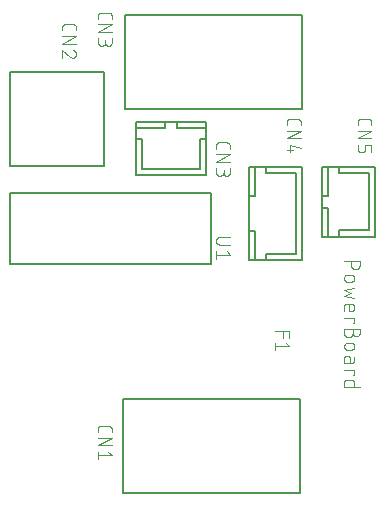
<source format=gto>
G04 EAGLE Gerber RS-274X export*
G75*
%MOMM*%
%FSLAX34Y34*%
%LPD*%
%INTop Silkscreen*%
%IPPOS*%
%AMOC8*
5,1,8,0,0,1.08239X$1,22.5*%
G01*
%ADD10C,0.101600*%
%ADD11C,0.127000*%
%ADD12C,0.152400*%


D10*
X87874Y64169D02*
X87874Y66766D01*
X87876Y66865D01*
X87882Y66965D01*
X87891Y67064D01*
X87904Y67162D01*
X87921Y67260D01*
X87942Y67358D01*
X87967Y67454D01*
X87995Y67549D01*
X88027Y67643D01*
X88062Y67736D01*
X88101Y67828D01*
X88144Y67918D01*
X88189Y68006D01*
X88239Y68093D01*
X88291Y68177D01*
X88347Y68260D01*
X88405Y68340D01*
X88467Y68418D01*
X88532Y68493D01*
X88600Y68566D01*
X88670Y68636D01*
X88743Y68704D01*
X88818Y68769D01*
X88896Y68831D01*
X88976Y68889D01*
X89059Y68945D01*
X89143Y68997D01*
X89230Y69047D01*
X89318Y69092D01*
X89408Y69135D01*
X89500Y69174D01*
X89593Y69209D01*
X89687Y69241D01*
X89782Y69269D01*
X89878Y69294D01*
X89976Y69315D01*
X90074Y69332D01*
X90172Y69345D01*
X90271Y69354D01*
X90371Y69360D01*
X90470Y69362D01*
X96962Y69362D01*
X97061Y69360D01*
X97161Y69354D01*
X97260Y69345D01*
X97358Y69332D01*
X97456Y69315D01*
X97554Y69294D01*
X97650Y69269D01*
X97745Y69241D01*
X97839Y69209D01*
X97932Y69174D01*
X98024Y69135D01*
X98114Y69092D01*
X98202Y69047D01*
X98289Y68997D01*
X98373Y68945D01*
X98456Y68889D01*
X98536Y68831D01*
X98614Y68769D01*
X98689Y68704D01*
X98762Y68636D01*
X98832Y68566D01*
X98900Y68493D01*
X98965Y68418D01*
X99027Y68340D01*
X99085Y68260D01*
X99141Y68177D01*
X99193Y68093D01*
X99243Y68006D01*
X99288Y67918D01*
X99331Y67828D01*
X99370Y67736D01*
X99405Y67644D01*
X99437Y67549D01*
X99465Y67454D01*
X99490Y67358D01*
X99511Y67260D01*
X99528Y67162D01*
X99541Y67064D01*
X99550Y66965D01*
X99556Y66865D01*
X99558Y66766D01*
X99558Y64169D01*
X99558Y59423D02*
X87874Y59423D01*
X87874Y52932D02*
X99558Y59423D01*
X99558Y52932D02*
X87874Y52932D01*
X96962Y47612D02*
X99558Y44366D01*
X87874Y44366D01*
X87874Y41121D02*
X87874Y47612D01*
X57874Y404169D02*
X57874Y406766D01*
X57876Y406865D01*
X57882Y406965D01*
X57891Y407064D01*
X57904Y407162D01*
X57921Y407260D01*
X57942Y407358D01*
X57967Y407454D01*
X57995Y407549D01*
X58027Y407643D01*
X58062Y407736D01*
X58101Y407828D01*
X58144Y407918D01*
X58189Y408006D01*
X58239Y408093D01*
X58291Y408177D01*
X58347Y408260D01*
X58405Y408340D01*
X58467Y408418D01*
X58532Y408493D01*
X58600Y408566D01*
X58670Y408636D01*
X58743Y408704D01*
X58818Y408769D01*
X58896Y408831D01*
X58976Y408889D01*
X59059Y408945D01*
X59143Y408997D01*
X59230Y409047D01*
X59318Y409092D01*
X59408Y409135D01*
X59500Y409174D01*
X59593Y409209D01*
X59687Y409241D01*
X59782Y409269D01*
X59878Y409294D01*
X59976Y409315D01*
X60074Y409332D01*
X60172Y409345D01*
X60271Y409354D01*
X60371Y409360D01*
X60470Y409362D01*
X66962Y409362D01*
X67061Y409360D01*
X67161Y409354D01*
X67260Y409345D01*
X67358Y409332D01*
X67456Y409315D01*
X67554Y409294D01*
X67650Y409269D01*
X67745Y409241D01*
X67839Y409209D01*
X67932Y409174D01*
X68024Y409135D01*
X68114Y409092D01*
X68202Y409047D01*
X68289Y408997D01*
X68373Y408945D01*
X68456Y408889D01*
X68536Y408831D01*
X68614Y408769D01*
X68689Y408704D01*
X68762Y408636D01*
X68832Y408566D01*
X68900Y408493D01*
X68965Y408418D01*
X69027Y408340D01*
X69085Y408260D01*
X69141Y408177D01*
X69193Y408093D01*
X69243Y408006D01*
X69288Y407918D01*
X69331Y407828D01*
X69370Y407736D01*
X69405Y407644D01*
X69437Y407549D01*
X69465Y407454D01*
X69490Y407358D01*
X69511Y407260D01*
X69528Y407162D01*
X69541Y407064D01*
X69550Y406965D01*
X69556Y406865D01*
X69558Y406766D01*
X69558Y404169D01*
X69558Y399423D02*
X57874Y399423D01*
X57874Y392932D02*
X69558Y399423D01*
X69558Y392932D02*
X57874Y392932D01*
X69558Y384042D02*
X69556Y383935D01*
X69550Y383829D01*
X69540Y383723D01*
X69527Y383617D01*
X69509Y383511D01*
X69488Y383407D01*
X69463Y383303D01*
X69434Y383200D01*
X69402Y383099D01*
X69365Y382999D01*
X69325Y382900D01*
X69282Y382802D01*
X69235Y382706D01*
X69184Y382612D01*
X69130Y382520D01*
X69073Y382430D01*
X69013Y382342D01*
X68949Y382257D01*
X68882Y382174D01*
X68812Y382093D01*
X68740Y382015D01*
X68664Y381939D01*
X68586Y381867D01*
X68505Y381797D01*
X68422Y381730D01*
X68337Y381666D01*
X68249Y381606D01*
X68159Y381549D01*
X68067Y381495D01*
X67973Y381444D01*
X67877Y381397D01*
X67779Y381354D01*
X67680Y381314D01*
X67580Y381277D01*
X67479Y381245D01*
X67376Y381216D01*
X67272Y381191D01*
X67168Y381170D01*
X67062Y381152D01*
X66956Y381139D01*
X66850Y381129D01*
X66744Y381123D01*
X66637Y381121D01*
X69558Y384042D02*
X69556Y384163D01*
X69550Y384284D01*
X69540Y384404D01*
X69527Y384525D01*
X69509Y384644D01*
X69488Y384764D01*
X69463Y384882D01*
X69434Y384999D01*
X69401Y385116D01*
X69365Y385231D01*
X69324Y385345D01*
X69281Y385458D01*
X69233Y385570D01*
X69182Y385679D01*
X69127Y385787D01*
X69069Y385894D01*
X69008Y385998D01*
X68943Y386100D01*
X68875Y386200D01*
X68804Y386298D01*
X68730Y386394D01*
X68653Y386487D01*
X68572Y386577D01*
X68489Y386665D01*
X68403Y386750D01*
X68314Y386833D01*
X68223Y386912D01*
X68129Y386989D01*
X68033Y387062D01*
X67935Y387132D01*
X67834Y387199D01*
X67731Y387263D01*
X67626Y387324D01*
X67519Y387381D01*
X67411Y387434D01*
X67301Y387484D01*
X67189Y387530D01*
X67076Y387573D01*
X66961Y387612D01*
X64365Y382095D02*
X64443Y382016D01*
X64523Y381940D01*
X64606Y381867D01*
X64692Y381797D01*
X64779Y381730D01*
X64870Y381666D01*
X64962Y381606D01*
X65056Y381548D01*
X65153Y381494D01*
X65251Y381444D01*
X65351Y381397D01*
X65452Y381353D01*
X65555Y381313D01*
X65660Y381277D01*
X65765Y381245D01*
X65872Y381216D01*
X65979Y381191D01*
X66088Y381169D01*
X66197Y381152D01*
X66306Y381138D01*
X66416Y381129D01*
X66527Y381123D01*
X66637Y381121D01*
X64365Y382094D02*
X57874Y387612D01*
X57874Y381121D01*
X87874Y414169D02*
X87874Y416766D01*
X87876Y416865D01*
X87882Y416965D01*
X87891Y417064D01*
X87904Y417162D01*
X87921Y417260D01*
X87942Y417358D01*
X87967Y417454D01*
X87995Y417549D01*
X88027Y417643D01*
X88062Y417736D01*
X88101Y417828D01*
X88144Y417918D01*
X88189Y418006D01*
X88239Y418093D01*
X88291Y418177D01*
X88347Y418260D01*
X88405Y418340D01*
X88467Y418418D01*
X88532Y418493D01*
X88600Y418566D01*
X88670Y418636D01*
X88743Y418704D01*
X88818Y418769D01*
X88896Y418831D01*
X88976Y418889D01*
X89059Y418945D01*
X89143Y418997D01*
X89230Y419047D01*
X89318Y419092D01*
X89408Y419135D01*
X89500Y419174D01*
X89593Y419209D01*
X89687Y419241D01*
X89782Y419269D01*
X89878Y419294D01*
X89976Y419315D01*
X90074Y419332D01*
X90172Y419345D01*
X90271Y419354D01*
X90371Y419360D01*
X90470Y419362D01*
X96962Y419362D01*
X97061Y419360D01*
X97161Y419354D01*
X97260Y419345D01*
X97358Y419332D01*
X97456Y419315D01*
X97554Y419294D01*
X97650Y419269D01*
X97745Y419241D01*
X97839Y419209D01*
X97932Y419174D01*
X98024Y419135D01*
X98114Y419092D01*
X98202Y419047D01*
X98289Y418997D01*
X98373Y418945D01*
X98456Y418889D01*
X98536Y418831D01*
X98614Y418769D01*
X98689Y418704D01*
X98762Y418636D01*
X98832Y418566D01*
X98900Y418493D01*
X98965Y418418D01*
X99027Y418340D01*
X99085Y418260D01*
X99141Y418177D01*
X99193Y418093D01*
X99243Y418006D01*
X99288Y417918D01*
X99331Y417828D01*
X99370Y417736D01*
X99405Y417644D01*
X99437Y417549D01*
X99465Y417454D01*
X99490Y417358D01*
X99511Y417260D01*
X99528Y417162D01*
X99541Y417064D01*
X99550Y416965D01*
X99556Y416865D01*
X99558Y416766D01*
X99558Y414169D01*
X99558Y409423D02*
X87874Y409423D01*
X87874Y402932D02*
X99558Y409423D01*
X99558Y402932D02*
X87874Y402932D01*
X87874Y397612D02*
X87874Y394366D01*
X87876Y394253D01*
X87882Y394140D01*
X87892Y394027D01*
X87906Y393914D01*
X87923Y393802D01*
X87945Y393691D01*
X87970Y393581D01*
X88000Y393471D01*
X88033Y393363D01*
X88070Y393256D01*
X88110Y393150D01*
X88155Y393046D01*
X88203Y392943D01*
X88254Y392842D01*
X88309Y392743D01*
X88367Y392646D01*
X88429Y392551D01*
X88494Y392458D01*
X88562Y392368D01*
X88633Y392280D01*
X88708Y392194D01*
X88785Y392111D01*
X88865Y392031D01*
X88948Y391954D01*
X89034Y391879D01*
X89122Y391808D01*
X89212Y391740D01*
X89305Y391675D01*
X89400Y391613D01*
X89497Y391555D01*
X89596Y391500D01*
X89697Y391449D01*
X89800Y391401D01*
X89904Y391356D01*
X90010Y391316D01*
X90117Y391279D01*
X90225Y391246D01*
X90335Y391216D01*
X90445Y391191D01*
X90556Y391169D01*
X90668Y391152D01*
X90781Y391138D01*
X90894Y391128D01*
X91007Y391122D01*
X91120Y391120D01*
X91233Y391122D01*
X91346Y391128D01*
X91459Y391138D01*
X91572Y391152D01*
X91684Y391169D01*
X91795Y391191D01*
X91905Y391216D01*
X92015Y391246D01*
X92123Y391279D01*
X92230Y391316D01*
X92336Y391356D01*
X92440Y391401D01*
X92543Y391449D01*
X92644Y391500D01*
X92743Y391555D01*
X92840Y391613D01*
X92935Y391675D01*
X93028Y391740D01*
X93118Y391808D01*
X93206Y391879D01*
X93292Y391954D01*
X93375Y392031D01*
X93455Y392111D01*
X93532Y392194D01*
X93607Y392280D01*
X93678Y392368D01*
X93746Y392458D01*
X93811Y392551D01*
X93873Y392646D01*
X93931Y392743D01*
X93986Y392842D01*
X94037Y392943D01*
X94085Y393046D01*
X94130Y393150D01*
X94170Y393256D01*
X94207Y393363D01*
X94240Y393471D01*
X94270Y393581D01*
X94295Y393691D01*
X94317Y393802D01*
X94334Y393914D01*
X94348Y394027D01*
X94358Y394140D01*
X94364Y394253D01*
X94366Y394366D01*
X99558Y393717D02*
X99558Y397612D01*
X99558Y393717D02*
X99556Y393616D01*
X99550Y393516D01*
X99540Y393416D01*
X99527Y393316D01*
X99509Y393217D01*
X99488Y393118D01*
X99463Y393021D01*
X99434Y392924D01*
X99401Y392829D01*
X99365Y392735D01*
X99325Y392643D01*
X99282Y392552D01*
X99235Y392463D01*
X99185Y392376D01*
X99131Y392290D01*
X99074Y392207D01*
X99014Y392127D01*
X98951Y392048D01*
X98884Y391972D01*
X98815Y391899D01*
X98743Y391829D01*
X98669Y391761D01*
X98592Y391696D01*
X98512Y391635D01*
X98430Y391576D01*
X98346Y391521D01*
X98260Y391469D01*
X98172Y391420D01*
X98082Y391375D01*
X97990Y391333D01*
X97897Y391295D01*
X97802Y391261D01*
X97707Y391230D01*
X97610Y391203D01*
X97512Y391180D01*
X97413Y391160D01*
X97313Y391145D01*
X97213Y391133D01*
X97113Y391125D01*
X97012Y391121D01*
X96912Y391121D01*
X96811Y391125D01*
X96711Y391133D01*
X96611Y391145D01*
X96511Y391160D01*
X96412Y391180D01*
X96314Y391203D01*
X96217Y391230D01*
X96122Y391261D01*
X96027Y391295D01*
X95934Y391333D01*
X95842Y391375D01*
X95752Y391420D01*
X95664Y391469D01*
X95578Y391521D01*
X95494Y391576D01*
X95412Y391635D01*
X95332Y391696D01*
X95255Y391761D01*
X95181Y391829D01*
X95109Y391899D01*
X95040Y391972D01*
X94973Y392048D01*
X94910Y392127D01*
X94850Y392207D01*
X94793Y392290D01*
X94739Y392376D01*
X94689Y392463D01*
X94642Y392552D01*
X94599Y392643D01*
X94559Y392735D01*
X94523Y392829D01*
X94490Y392924D01*
X94461Y393021D01*
X94436Y393118D01*
X94415Y393217D01*
X94397Y393316D01*
X94384Y393416D01*
X94374Y393516D01*
X94368Y393616D01*
X94366Y393717D01*
X94365Y393717D02*
X94365Y396314D01*
X187874Y306766D02*
X187874Y304169D01*
X187874Y306766D02*
X187876Y306865D01*
X187882Y306965D01*
X187891Y307064D01*
X187904Y307162D01*
X187921Y307260D01*
X187942Y307358D01*
X187967Y307454D01*
X187995Y307549D01*
X188027Y307643D01*
X188062Y307736D01*
X188101Y307828D01*
X188144Y307918D01*
X188189Y308006D01*
X188239Y308093D01*
X188291Y308177D01*
X188347Y308260D01*
X188405Y308340D01*
X188467Y308418D01*
X188532Y308493D01*
X188600Y308566D01*
X188670Y308636D01*
X188743Y308704D01*
X188818Y308769D01*
X188896Y308831D01*
X188976Y308889D01*
X189059Y308945D01*
X189143Y308997D01*
X189230Y309047D01*
X189318Y309092D01*
X189408Y309135D01*
X189500Y309174D01*
X189593Y309209D01*
X189687Y309241D01*
X189782Y309269D01*
X189878Y309294D01*
X189976Y309315D01*
X190074Y309332D01*
X190172Y309345D01*
X190271Y309354D01*
X190371Y309360D01*
X190470Y309362D01*
X196962Y309362D01*
X197061Y309360D01*
X197161Y309354D01*
X197260Y309345D01*
X197358Y309332D01*
X197456Y309315D01*
X197554Y309294D01*
X197650Y309269D01*
X197745Y309241D01*
X197839Y309209D01*
X197932Y309174D01*
X198024Y309135D01*
X198114Y309092D01*
X198202Y309047D01*
X198289Y308997D01*
X198373Y308945D01*
X198456Y308889D01*
X198536Y308831D01*
X198614Y308769D01*
X198689Y308704D01*
X198762Y308636D01*
X198832Y308566D01*
X198900Y308493D01*
X198965Y308418D01*
X199027Y308340D01*
X199085Y308260D01*
X199141Y308177D01*
X199193Y308093D01*
X199243Y308006D01*
X199288Y307918D01*
X199331Y307828D01*
X199370Y307736D01*
X199405Y307644D01*
X199437Y307549D01*
X199465Y307454D01*
X199490Y307358D01*
X199511Y307260D01*
X199528Y307162D01*
X199541Y307064D01*
X199550Y306965D01*
X199556Y306865D01*
X199558Y306766D01*
X199558Y304169D01*
X199558Y299423D02*
X187874Y299423D01*
X187874Y292932D02*
X199558Y299423D01*
X199558Y292932D02*
X187874Y292932D01*
X187874Y287612D02*
X187874Y284366D01*
X187876Y284253D01*
X187882Y284140D01*
X187892Y284027D01*
X187906Y283914D01*
X187923Y283802D01*
X187945Y283691D01*
X187970Y283581D01*
X188000Y283471D01*
X188033Y283363D01*
X188070Y283256D01*
X188110Y283150D01*
X188155Y283046D01*
X188203Y282943D01*
X188254Y282842D01*
X188309Y282743D01*
X188367Y282646D01*
X188429Y282551D01*
X188494Y282458D01*
X188562Y282368D01*
X188633Y282280D01*
X188708Y282194D01*
X188785Y282111D01*
X188865Y282031D01*
X188948Y281954D01*
X189034Y281879D01*
X189122Y281808D01*
X189212Y281740D01*
X189305Y281675D01*
X189400Y281613D01*
X189497Y281555D01*
X189596Y281500D01*
X189697Y281449D01*
X189800Y281401D01*
X189904Y281356D01*
X190010Y281316D01*
X190117Y281279D01*
X190225Y281246D01*
X190335Y281216D01*
X190445Y281191D01*
X190556Y281169D01*
X190668Y281152D01*
X190781Y281138D01*
X190894Y281128D01*
X191007Y281122D01*
X191120Y281120D01*
X191233Y281122D01*
X191346Y281128D01*
X191459Y281138D01*
X191572Y281152D01*
X191684Y281169D01*
X191795Y281191D01*
X191905Y281216D01*
X192015Y281246D01*
X192123Y281279D01*
X192230Y281316D01*
X192336Y281356D01*
X192440Y281401D01*
X192543Y281449D01*
X192644Y281500D01*
X192743Y281555D01*
X192840Y281613D01*
X192935Y281675D01*
X193028Y281740D01*
X193118Y281808D01*
X193206Y281879D01*
X193292Y281954D01*
X193375Y282031D01*
X193455Y282111D01*
X193532Y282194D01*
X193607Y282280D01*
X193678Y282368D01*
X193746Y282458D01*
X193811Y282551D01*
X193873Y282646D01*
X193931Y282743D01*
X193986Y282842D01*
X194037Y282943D01*
X194085Y283046D01*
X194130Y283150D01*
X194170Y283256D01*
X194207Y283363D01*
X194240Y283471D01*
X194270Y283581D01*
X194295Y283691D01*
X194317Y283802D01*
X194334Y283914D01*
X194348Y284027D01*
X194358Y284140D01*
X194364Y284253D01*
X194366Y284366D01*
X199558Y283717D02*
X199558Y287612D01*
X199558Y283717D02*
X199556Y283616D01*
X199550Y283516D01*
X199540Y283416D01*
X199527Y283316D01*
X199509Y283217D01*
X199488Y283118D01*
X199463Y283021D01*
X199434Y282924D01*
X199401Y282829D01*
X199365Y282735D01*
X199325Y282643D01*
X199282Y282552D01*
X199235Y282463D01*
X199185Y282376D01*
X199131Y282290D01*
X199074Y282207D01*
X199014Y282127D01*
X198951Y282048D01*
X198884Y281972D01*
X198815Y281899D01*
X198743Y281829D01*
X198669Y281761D01*
X198592Y281696D01*
X198512Y281635D01*
X198430Y281576D01*
X198346Y281521D01*
X198260Y281469D01*
X198172Y281420D01*
X198082Y281375D01*
X197990Y281333D01*
X197897Y281295D01*
X197802Y281261D01*
X197707Y281230D01*
X197610Y281203D01*
X197512Y281180D01*
X197413Y281160D01*
X197313Y281145D01*
X197213Y281133D01*
X197113Y281125D01*
X197012Y281121D01*
X196912Y281121D01*
X196811Y281125D01*
X196711Y281133D01*
X196611Y281145D01*
X196511Y281160D01*
X196412Y281180D01*
X196314Y281203D01*
X196217Y281230D01*
X196122Y281261D01*
X196027Y281295D01*
X195934Y281333D01*
X195842Y281375D01*
X195752Y281420D01*
X195664Y281469D01*
X195578Y281521D01*
X195494Y281576D01*
X195412Y281635D01*
X195332Y281696D01*
X195255Y281761D01*
X195181Y281829D01*
X195109Y281899D01*
X195040Y281972D01*
X194973Y282048D01*
X194910Y282127D01*
X194850Y282207D01*
X194793Y282290D01*
X194739Y282376D01*
X194689Y282463D01*
X194642Y282552D01*
X194599Y282643D01*
X194559Y282735D01*
X194523Y282829D01*
X194490Y282924D01*
X194461Y283021D01*
X194436Y283118D01*
X194415Y283217D01*
X194397Y283316D01*
X194384Y283416D01*
X194374Y283516D01*
X194368Y283616D01*
X194366Y283717D01*
X194365Y283717D02*
X194365Y286314D01*
X247874Y324169D02*
X247874Y326766D01*
X247876Y326865D01*
X247882Y326965D01*
X247891Y327064D01*
X247904Y327162D01*
X247921Y327260D01*
X247942Y327358D01*
X247967Y327454D01*
X247995Y327549D01*
X248027Y327643D01*
X248062Y327736D01*
X248101Y327828D01*
X248144Y327918D01*
X248189Y328006D01*
X248239Y328093D01*
X248291Y328177D01*
X248347Y328260D01*
X248405Y328340D01*
X248467Y328418D01*
X248532Y328493D01*
X248600Y328566D01*
X248670Y328636D01*
X248743Y328704D01*
X248818Y328769D01*
X248896Y328831D01*
X248976Y328889D01*
X249059Y328945D01*
X249143Y328997D01*
X249230Y329047D01*
X249318Y329092D01*
X249408Y329135D01*
X249500Y329174D01*
X249593Y329209D01*
X249687Y329241D01*
X249782Y329269D01*
X249878Y329294D01*
X249976Y329315D01*
X250074Y329332D01*
X250172Y329345D01*
X250271Y329354D01*
X250371Y329360D01*
X250470Y329362D01*
X256962Y329362D01*
X257061Y329360D01*
X257161Y329354D01*
X257260Y329345D01*
X257358Y329332D01*
X257456Y329315D01*
X257554Y329294D01*
X257650Y329269D01*
X257745Y329241D01*
X257839Y329209D01*
X257932Y329174D01*
X258024Y329135D01*
X258114Y329092D01*
X258202Y329047D01*
X258289Y328997D01*
X258373Y328945D01*
X258456Y328889D01*
X258536Y328831D01*
X258614Y328769D01*
X258689Y328704D01*
X258762Y328636D01*
X258832Y328566D01*
X258900Y328493D01*
X258965Y328418D01*
X259027Y328340D01*
X259085Y328260D01*
X259141Y328177D01*
X259193Y328093D01*
X259243Y328006D01*
X259288Y327918D01*
X259331Y327828D01*
X259370Y327736D01*
X259405Y327644D01*
X259437Y327549D01*
X259465Y327454D01*
X259490Y327358D01*
X259511Y327260D01*
X259528Y327162D01*
X259541Y327064D01*
X259550Y326965D01*
X259556Y326865D01*
X259558Y326766D01*
X259558Y324169D01*
X259558Y319423D02*
X247874Y319423D01*
X247874Y312932D02*
X259558Y319423D01*
X259558Y312932D02*
X247874Y312932D01*
X250470Y307612D02*
X259558Y305015D01*
X250470Y307612D02*
X250470Y301121D01*
X253067Y303068D02*
X247874Y303068D01*
X307874Y324169D02*
X307874Y326766D01*
X307876Y326865D01*
X307882Y326965D01*
X307891Y327064D01*
X307904Y327162D01*
X307921Y327260D01*
X307942Y327358D01*
X307967Y327454D01*
X307995Y327549D01*
X308027Y327643D01*
X308062Y327736D01*
X308101Y327828D01*
X308144Y327918D01*
X308189Y328006D01*
X308239Y328093D01*
X308291Y328177D01*
X308347Y328260D01*
X308405Y328340D01*
X308467Y328418D01*
X308532Y328493D01*
X308600Y328566D01*
X308670Y328636D01*
X308743Y328704D01*
X308818Y328769D01*
X308896Y328831D01*
X308976Y328889D01*
X309059Y328945D01*
X309143Y328997D01*
X309230Y329047D01*
X309318Y329092D01*
X309408Y329135D01*
X309500Y329174D01*
X309593Y329209D01*
X309687Y329241D01*
X309782Y329269D01*
X309878Y329294D01*
X309976Y329315D01*
X310074Y329332D01*
X310172Y329345D01*
X310271Y329354D01*
X310371Y329360D01*
X310470Y329362D01*
X316962Y329362D01*
X317061Y329360D01*
X317161Y329354D01*
X317260Y329345D01*
X317358Y329332D01*
X317456Y329315D01*
X317554Y329294D01*
X317650Y329269D01*
X317745Y329241D01*
X317839Y329209D01*
X317932Y329174D01*
X318024Y329135D01*
X318114Y329092D01*
X318202Y329047D01*
X318289Y328997D01*
X318373Y328945D01*
X318456Y328889D01*
X318536Y328831D01*
X318614Y328769D01*
X318689Y328704D01*
X318762Y328636D01*
X318832Y328566D01*
X318900Y328493D01*
X318965Y328418D01*
X319027Y328340D01*
X319085Y328260D01*
X319141Y328177D01*
X319193Y328093D01*
X319243Y328006D01*
X319288Y327918D01*
X319331Y327828D01*
X319370Y327736D01*
X319405Y327644D01*
X319437Y327549D01*
X319465Y327454D01*
X319490Y327358D01*
X319511Y327260D01*
X319528Y327162D01*
X319541Y327064D01*
X319550Y326965D01*
X319556Y326865D01*
X319558Y326766D01*
X319558Y324169D01*
X319558Y319423D02*
X307874Y319423D01*
X307874Y312932D02*
X319558Y319423D01*
X319558Y312932D02*
X307874Y312932D01*
X307874Y307612D02*
X307874Y303717D01*
X307876Y303618D01*
X307882Y303518D01*
X307891Y303419D01*
X307904Y303321D01*
X307921Y303223D01*
X307942Y303125D01*
X307967Y303029D01*
X307995Y302934D01*
X308027Y302840D01*
X308062Y302747D01*
X308101Y302655D01*
X308144Y302565D01*
X308189Y302477D01*
X308239Y302390D01*
X308291Y302306D01*
X308347Y302223D01*
X308405Y302143D01*
X308467Y302065D01*
X308532Y301990D01*
X308600Y301917D01*
X308670Y301847D01*
X308743Y301779D01*
X308818Y301714D01*
X308896Y301652D01*
X308976Y301594D01*
X309059Y301538D01*
X309143Y301486D01*
X309230Y301436D01*
X309318Y301391D01*
X309408Y301348D01*
X309500Y301309D01*
X309593Y301274D01*
X309687Y301242D01*
X309782Y301214D01*
X309878Y301189D01*
X309976Y301168D01*
X310074Y301151D01*
X310172Y301138D01*
X310271Y301129D01*
X310371Y301123D01*
X310470Y301121D01*
X311769Y301121D01*
X311868Y301123D01*
X311968Y301129D01*
X312067Y301138D01*
X312165Y301151D01*
X312263Y301168D01*
X312361Y301189D01*
X312457Y301214D01*
X312552Y301242D01*
X312646Y301274D01*
X312739Y301309D01*
X312831Y301348D01*
X312921Y301391D01*
X313009Y301436D01*
X313096Y301486D01*
X313180Y301538D01*
X313263Y301594D01*
X313343Y301652D01*
X313421Y301714D01*
X313496Y301779D01*
X313569Y301847D01*
X313639Y301917D01*
X313707Y301990D01*
X313772Y302065D01*
X313834Y302143D01*
X313892Y302223D01*
X313948Y302306D01*
X314000Y302390D01*
X314050Y302477D01*
X314095Y302565D01*
X314138Y302655D01*
X314177Y302747D01*
X314212Y302840D01*
X314244Y302934D01*
X314272Y303029D01*
X314297Y303125D01*
X314318Y303223D01*
X314335Y303321D01*
X314348Y303419D01*
X314357Y303518D01*
X314363Y303618D01*
X314365Y303717D01*
X314365Y307612D01*
X319558Y307612D01*
X319558Y301121D01*
X249558Y149362D02*
X237874Y149362D01*
X249558Y149362D02*
X249558Y144169D01*
X244365Y144169D02*
X244365Y149362D01*
X246962Y139860D02*
X249558Y136614D01*
X237874Y136614D01*
X237874Y133369D02*
X237874Y139860D01*
X199558Y229362D02*
X191120Y229362D01*
X191007Y229360D01*
X190894Y229354D01*
X190781Y229344D01*
X190668Y229330D01*
X190556Y229313D01*
X190445Y229291D01*
X190335Y229266D01*
X190225Y229236D01*
X190117Y229203D01*
X190010Y229166D01*
X189904Y229126D01*
X189800Y229081D01*
X189697Y229033D01*
X189596Y228982D01*
X189497Y228927D01*
X189400Y228869D01*
X189305Y228807D01*
X189212Y228742D01*
X189122Y228674D01*
X189034Y228603D01*
X188948Y228528D01*
X188865Y228451D01*
X188785Y228371D01*
X188708Y228288D01*
X188633Y228202D01*
X188562Y228114D01*
X188494Y228024D01*
X188429Y227931D01*
X188367Y227836D01*
X188309Y227739D01*
X188254Y227640D01*
X188203Y227539D01*
X188155Y227436D01*
X188110Y227332D01*
X188070Y227226D01*
X188033Y227119D01*
X188000Y227011D01*
X187970Y226901D01*
X187945Y226791D01*
X187923Y226680D01*
X187906Y226568D01*
X187892Y226455D01*
X187882Y226342D01*
X187876Y226229D01*
X187874Y226116D01*
X187876Y226003D01*
X187882Y225890D01*
X187892Y225777D01*
X187906Y225664D01*
X187923Y225552D01*
X187945Y225441D01*
X187970Y225331D01*
X188000Y225221D01*
X188033Y225113D01*
X188070Y225006D01*
X188110Y224900D01*
X188155Y224796D01*
X188203Y224693D01*
X188254Y224592D01*
X188309Y224493D01*
X188367Y224396D01*
X188429Y224301D01*
X188494Y224208D01*
X188562Y224118D01*
X188633Y224030D01*
X188708Y223944D01*
X188785Y223861D01*
X188865Y223781D01*
X188948Y223704D01*
X189034Y223629D01*
X189122Y223558D01*
X189212Y223490D01*
X189305Y223425D01*
X189400Y223363D01*
X189497Y223305D01*
X189596Y223250D01*
X189697Y223199D01*
X189800Y223151D01*
X189904Y223106D01*
X190010Y223066D01*
X190117Y223029D01*
X190225Y222996D01*
X190335Y222966D01*
X190445Y222941D01*
X190556Y222919D01*
X190668Y222902D01*
X190781Y222888D01*
X190894Y222878D01*
X191007Y222872D01*
X191120Y222870D01*
X191120Y222871D02*
X199558Y222871D01*
X196962Y217551D02*
X199558Y214306D01*
X187874Y214306D01*
X187874Y217551D02*
X187874Y211060D01*
X296350Y209362D02*
X309558Y209362D01*
X309558Y205693D01*
X309556Y205573D01*
X309550Y205453D01*
X309540Y205333D01*
X309527Y205214D01*
X309509Y205095D01*
X309488Y204977D01*
X309462Y204860D01*
X309433Y204743D01*
X309400Y204628D01*
X309363Y204514D01*
X309323Y204401D01*
X309279Y204289D01*
X309231Y204179D01*
X309180Y204070D01*
X309125Y203963D01*
X309066Y203859D01*
X309005Y203756D01*
X308940Y203655D01*
X308871Y203556D01*
X308800Y203459D01*
X308725Y203365D01*
X308648Y203274D01*
X308567Y203185D01*
X308483Y203099D01*
X308397Y203015D01*
X308308Y202934D01*
X308217Y202857D01*
X308123Y202782D01*
X308026Y202711D01*
X307927Y202642D01*
X307826Y202577D01*
X307724Y202516D01*
X307619Y202457D01*
X307512Y202402D01*
X307403Y202351D01*
X307293Y202303D01*
X307181Y202259D01*
X307068Y202219D01*
X306954Y202182D01*
X306839Y202149D01*
X306722Y202120D01*
X306605Y202094D01*
X306487Y202073D01*
X306368Y202055D01*
X306249Y202042D01*
X306129Y202032D01*
X306009Y202026D01*
X305889Y202024D01*
X305769Y202026D01*
X305649Y202032D01*
X305529Y202042D01*
X305410Y202055D01*
X305291Y202073D01*
X305173Y202094D01*
X305056Y202120D01*
X304939Y202149D01*
X304824Y202182D01*
X304710Y202219D01*
X304597Y202259D01*
X304485Y202303D01*
X304375Y202351D01*
X304266Y202402D01*
X304159Y202457D01*
X304055Y202516D01*
X303952Y202577D01*
X303851Y202642D01*
X303752Y202711D01*
X303655Y202782D01*
X303561Y202857D01*
X303470Y202934D01*
X303381Y203015D01*
X303295Y203099D01*
X303211Y203185D01*
X303130Y203274D01*
X303053Y203365D01*
X302978Y203459D01*
X302907Y203556D01*
X302838Y203655D01*
X302773Y203756D01*
X302712Y203859D01*
X302653Y203963D01*
X302598Y204070D01*
X302547Y204179D01*
X302499Y204289D01*
X302455Y204401D01*
X302415Y204514D01*
X302378Y204628D01*
X302345Y204743D01*
X302316Y204860D01*
X302290Y204977D01*
X302269Y205095D01*
X302251Y205214D01*
X302238Y205333D01*
X302228Y205453D01*
X302222Y205573D01*
X302220Y205693D01*
X302220Y209362D01*
X302220Y197286D02*
X299285Y197286D01*
X302220Y197286D02*
X302327Y197284D01*
X302434Y197278D01*
X302541Y197268D01*
X302647Y197255D01*
X302753Y197237D01*
X302858Y197216D01*
X302962Y197191D01*
X303066Y197162D01*
X303168Y197129D01*
X303268Y197092D01*
X303368Y197052D01*
X303466Y197008D01*
X303562Y196961D01*
X303656Y196910D01*
X303749Y196856D01*
X303839Y196799D01*
X303928Y196738D01*
X304014Y196674D01*
X304097Y196607D01*
X304179Y196537D01*
X304257Y196464D01*
X304333Y196388D01*
X304406Y196310D01*
X304476Y196228D01*
X304543Y196145D01*
X304607Y196059D01*
X304668Y195970D01*
X304725Y195880D01*
X304779Y195787D01*
X304830Y195693D01*
X304877Y195597D01*
X304921Y195499D01*
X304961Y195399D01*
X304998Y195299D01*
X305031Y195197D01*
X305060Y195093D01*
X305085Y194989D01*
X305106Y194884D01*
X305124Y194778D01*
X305137Y194672D01*
X305147Y194565D01*
X305153Y194458D01*
X305155Y194351D01*
X305153Y194244D01*
X305147Y194137D01*
X305137Y194030D01*
X305124Y193924D01*
X305106Y193818D01*
X305085Y193713D01*
X305060Y193609D01*
X305031Y193505D01*
X304998Y193403D01*
X304961Y193303D01*
X304921Y193203D01*
X304877Y193105D01*
X304830Y193009D01*
X304779Y192915D01*
X304725Y192822D01*
X304668Y192732D01*
X304607Y192643D01*
X304543Y192557D01*
X304476Y192474D01*
X304406Y192392D01*
X304333Y192314D01*
X304257Y192238D01*
X304179Y192165D01*
X304097Y192095D01*
X304014Y192028D01*
X303928Y191964D01*
X303839Y191903D01*
X303749Y191846D01*
X303656Y191792D01*
X303562Y191741D01*
X303466Y191694D01*
X303368Y191650D01*
X303268Y191610D01*
X303168Y191573D01*
X303066Y191540D01*
X302962Y191511D01*
X302858Y191486D01*
X302753Y191465D01*
X302647Y191447D01*
X302541Y191434D01*
X302434Y191424D01*
X302327Y191418D01*
X302220Y191416D01*
X299285Y191416D01*
X299178Y191418D01*
X299071Y191424D01*
X298964Y191434D01*
X298858Y191447D01*
X298752Y191465D01*
X298647Y191486D01*
X298543Y191511D01*
X298439Y191540D01*
X298337Y191573D01*
X298237Y191610D01*
X298137Y191650D01*
X298039Y191694D01*
X297943Y191741D01*
X297849Y191792D01*
X297756Y191846D01*
X297666Y191903D01*
X297577Y191964D01*
X297491Y192028D01*
X297408Y192095D01*
X297326Y192165D01*
X297248Y192238D01*
X297172Y192314D01*
X297099Y192392D01*
X297029Y192474D01*
X296962Y192557D01*
X296898Y192643D01*
X296837Y192732D01*
X296780Y192822D01*
X296726Y192915D01*
X296675Y193009D01*
X296628Y193105D01*
X296584Y193203D01*
X296544Y193303D01*
X296507Y193403D01*
X296474Y193505D01*
X296445Y193609D01*
X296420Y193713D01*
X296399Y193818D01*
X296381Y193924D01*
X296368Y194030D01*
X296358Y194137D01*
X296352Y194244D01*
X296350Y194351D01*
X296352Y194458D01*
X296358Y194565D01*
X296368Y194672D01*
X296381Y194778D01*
X296399Y194884D01*
X296420Y194989D01*
X296445Y195093D01*
X296474Y195197D01*
X296507Y195299D01*
X296544Y195399D01*
X296584Y195499D01*
X296628Y195597D01*
X296675Y195693D01*
X296726Y195787D01*
X296780Y195880D01*
X296837Y195970D01*
X296898Y196059D01*
X296962Y196145D01*
X297029Y196228D01*
X297099Y196310D01*
X297172Y196388D01*
X297248Y196464D01*
X297326Y196537D01*
X297408Y196607D01*
X297491Y196674D01*
X297577Y196738D01*
X297666Y196799D01*
X297756Y196856D01*
X297849Y196910D01*
X297943Y196961D01*
X298039Y197008D01*
X298137Y197052D01*
X298237Y197092D01*
X298337Y197129D01*
X298439Y197162D01*
X298543Y197191D01*
X298647Y197216D01*
X298752Y197237D01*
X298858Y197255D01*
X298964Y197268D01*
X299071Y197278D01*
X299178Y197284D01*
X299285Y197286D01*
X305155Y186379D02*
X296350Y184178D01*
X302220Y181976D01*
X296350Y179775D01*
X305155Y177574D01*
X296350Y170335D02*
X296350Y166666D01*
X296350Y170335D02*
X296352Y170426D01*
X296358Y170517D01*
X296367Y170607D01*
X296380Y170697D01*
X296397Y170787D01*
X296417Y170875D01*
X296442Y170963D01*
X296469Y171050D01*
X296501Y171135D01*
X296535Y171219D01*
X296574Y171302D01*
X296615Y171383D01*
X296660Y171462D01*
X296708Y171539D01*
X296760Y171614D01*
X296814Y171687D01*
X296871Y171758D01*
X296932Y171826D01*
X296995Y171891D01*
X297060Y171954D01*
X297128Y172015D01*
X297199Y172072D01*
X297272Y172126D01*
X297347Y172178D01*
X297424Y172226D01*
X297503Y172271D01*
X297584Y172312D01*
X297667Y172351D01*
X297751Y172385D01*
X297836Y172417D01*
X297923Y172444D01*
X298011Y172469D01*
X298099Y172489D01*
X298189Y172506D01*
X298279Y172519D01*
X298369Y172528D01*
X298460Y172534D01*
X298551Y172536D01*
X298551Y172537D02*
X302220Y172537D01*
X302220Y172536D02*
X302327Y172534D01*
X302434Y172528D01*
X302541Y172518D01*
X302647Y172505D01*
X302753Y172487D01*
X302858Y172466D01*
X302962Y172441D01*
X303066Y172412D01*
X303168Y172379D01*
X303268Y172342D01*
X303368Y172302D01*
X303466Y172258D01*
X303562Y172211D01*
X303656Y172160D01*
X303749Y172106D01*
X303839Y172049D01*
X303928Y171988D01*
X304014Y171924D01*
X304097Y171857D01*
X304179Y171787D01*
X304257Y171714D01*
X304333Y171638D01*
X304406Y171560D01*
X304476Y171478D01*
X304543Y171395D01*
X304607Y171309D01*
X304668Y171220D01*
X304725Y171130D01*
X304779Y171037D01*
X304830Y170943D01*
X304877Y170847D01*
X304921Y170749D01*
X304961Y170649D01*
X304998Y170549D01*
X305031Y170447D01*
X305060Y170343D01*
X305085Y170239D01*
X305106Y170134D01*
X305124Y170028D01*
X305137Y169922D01*
X305147Y169815D01*
X305153Y169708D01*
X305155Y169601D01*
X305153Y169494D01*
X305147Y169387D01*
X305137Y169280D01*
X305124Y169174D01*
X305106Y169068D01*
X305085Y168963D01*
X305060Y168859D01*
X305031Y168755D01*
X304998Y168653D01*
X304961Y168553D01*
X304921Y168453D01*
X304877Y168355D01*
X304830Y168259D01*
X304779Y168165D01*
X304725Y168072D01*
X304668Y167982D01*
X304607Y167893D01*
X304543Y167807D01*
X304476Y167724D01*
X304406Y167642D01*
X304333Y167564D01*
X304257Y167488D01*
X304179Y167415D01*
X304097Y167345D01*
X304014Y167278D01*
X303928Y167214D01*
X303839Y167153D01*
X303749Y167096D01*
X303656Y167042D01*
X303562Y166991D01*
X303466Y166944D01*
X303368Y166900D01*
X303268Y166860D01*
X303168Y166823D01*
X303066Y166790D01*
X302962Y166761D01*
X302858Y166736D01*
X302753Y166715D01*
X302647Y166697D01*
X302541Y166684D01*
X302434Y166674D01*
X302327Y166668D01*
X302220Y166666D01*
X300753Y166666D01*
X300753Y172537D01*
X305155Y160945D02*
X296350Y160945D01*
X305155Y160945D02*
X305155Y156542D01*
X303688Y156542D01*
X303688Y151755D02*
X303688Y148086D01*
X303686Y147966D01*
X303680Y147846D01*
X303670Y147726D01*
X303657Y147607D01*
X303639Y147488D01*
X303618Y147370D01*
X303592Y147253D01*
X303563Y147136D01*
X303530Y147021D01*
X303493Y146907D01*
X303453Y146794D01*
X303409Y146682D01*
X303361Y146572D01*
X303310Y146463D01*
X303255Y146356D01*
X303196Y146252D01*
X303135Y146149D01*
X303070Y146048D01*
X303001Y145949D01*
X302930Y145852D01*
X302855Y145758D01*
X302778Y145667D01*
X302697Y145578D01*
X302613Y145492D01*
X302527Y145408D01*
X302438Y145327D01*
X302347Y145250D01*
X302253Y145175D01*
X302156Y145104D01*
X302057Y145035D01*
X301956Y144970D01*
X301854Y144909D01*
X301749Y144850D01*
X301642Y144795D01*
X301533Y144744D01*
X301423Y144696D01*
X301311Y144652D01*
X301198Y144612D01*
X301084Y144575D01*
X300969Y144542D01*
X300852Y144513D01*
X300735Y144487D01*
X300617Y144466D01*
X300498Y144448D01*
X300379Y144435D01*
X300259Y144425D01*
X300139Y144419D01*
X300019Y144417D01*
X299899Y144419D01*
X299779Y144425D01*
X299659Y144435D01*
X299540Y144448D01*
X299421Y144466D01*
X299303Y144487D01*
X299186Y144513D01*
X299069Y144542D01*
X298954Y144575D01*
X298840Y144612D01*
X298727Y144652D01*
X298615Y144696D01*
X298505Y144744D01*
X298396Y144795D01*
X298289Y144850D01*
X298185Y144909D01*
X298082Y144970D01*
X297981Y145035D01*
X297882Y145104D01*
X297785Y145175D01*
X297691Y145250D01*
X297600Y145327D01*
X297511Y145408D01*
X297425Y145492D01*
X297341Y145578D01*
X297260Y145667D01*
X297183Y145758D01*
X297108Y145852D01*
X297037Y145949D01*
X296968Y146048D01*
X296903Y146149D01*
X296842Y146252D01*
X296783Y146356D01*
X296728Y146463D01*
X296677Y146572D01*
X296629Y146682D01*
X296585Y146794D01*
X296545Y146907D01*
X296508Y147021D01*
X296475Y147136D01*
X296446Y147253D01*
X296420Y147370D01*
X296399Y147488D01*
X296381Y147607D01*
X296368Y147726D01*
X296358Y147846D01*
X296352Y147966D01*
X296350Y148086D01*
X296350Y151755D01*
X309558Y151755D01*
X309558Y148086D01*
X309556Y147979D01*
X309550Y147872D01*
X309540Y147765D01*
X309527Y147659D01*
X309509Y147553D01*
X309488Y147448D01*
X309463Y147344D01*
X309434Y147240D01*
X309401Y147138D01*
X309364Y147038D01*
X309324Y146938D01*
X309280Y146840D01*
X309233Y146744D01*
X309182Y146650D01*
X309128Y146557D01*
X309071Y146467D01*
X309010Y146378D01*
X308946Y146292D01*
X308879Y146209D01*
X308809Y146127D01*
X308736Y146049D01*
X308660Y145973D01*
X308582Y145900D01*
X308500Y145830D01*
X308417Y145763D01*
X308331Y145699D01*
X308242Y145638D01*
X308152Y145581D01*
X308059Y145527D01*
X307965Y145476D01*
X307869Y145429D01*
X307771Y145385D01*
X307671Y145345D01*
X307571Y145308D01*
X307469Y145275D01*
X307365Y145246D01*
X307261Y145221D01*
X307156Y145200D01*
X307050Y145182D01*
X306944Y145169D01*
X306837Y145159D01*
X306730Y145153D01*
X306623Y145151D01*
X306516Y145153D01*
X306409Y145159D01*
X306302Y145169D01*
X306196Y145182D01*
X306090Y145200D01*
X305985Y145221D01*
X305881Y145246D01*
X305777Y145275D01*
X305675Y145308D01*
X305575Y145345D01*
X305475Y145385D01*
X305377Y145429D01*
X305281Y145476D01*
X305187Y145527D01*
X305094Y145581D01*
X305004Y145638D01*
X304915Y145699D01*
X304829Y145763D01*
X304746Y145830D01*
X304664Y145900D01*
X304586Y145973D01*
X304510Y146049D01*
X304437Y146127D01*
X304367Y146209D01*
X304300Y146292D01*
X304236Y146378D01*
X304175Y146467D01*
X304118Y146557D01*
X304064Y146650D01*
X304013Y146744D01*
X303966Y146840D01*
X303922Y146938D01*
X303882Y147038D01*
X303845Y147138D01*
X303812Y147240D01*
X303783Y147344D01*
X303758Y147448D01*
X303737Y147553D01*
X303719Y147659D01*
X303706Y147765D01*
X303696Y147872D01*
X303690Y147979D01*
X303688Y148086D01*
X302220Y139679D02*
X299285Y139679D01*
X302220Y139679D02*
X302327Y139677D01*
X302434Y139671D01*
X302541Y139661D01*
X302647Y139648D01*
X302753Y139630D01*
X302858Y139609D01*
X302962Y139584D01*
X303066Y139555D01*
X303168Y139522D01*
X303268Y139485D01*
X303368Y139445D01*
X303466Y139401D01*
X303562Y139354D01*
X303656Y139303D01*
X303749Y139249D01*
X303839Y139192D01*
X303928Y139131D01*
X304014Y139067D01*
X304097Y139000D01*
X304179Y138930D01*
X304257Y138857D01*
X304333Y138781D01*
X304406Y138703D01*
X304476Y138621D01*
X304543Y138538D01*
X304607Y138452D01*
X304668Y138363D01*
X304725Y138273D01*
X304779Y138180D01*
X304830Y138086D01*
X304877Y137990D01*
X304921Y137892D01*
X304961Y137792D01*
X304998Y137692D01*
X305031Y137590D01*
X305060Y137486D01*
X305085Y137382D01*
X305106Y137277D01*
X305124Y137171D01*
X305137Y137065D01*
X305147Y136958D01*
X305153Y136851D01*
X305155Y136744D01*
X305153Y136637D01*
X305147Y136530D01*
X305137Y136423D01*
X305124Y136317D01*
X305106Y136211D01*
X305085Y136106D01*
X305060Y136002D01*
X305031Y135898D01*
X304998Y135796D01*
X304961Y135696D01*
X304921Y135596D01*
X304877Y135498D01*
X304830Y135402D01*
X304779Y135308D01*
X304725Y135215D01*
X304668Y135125D01*
X304607Y135036D01*
X304543Y134950D01*
X304476Y134867D01*
X304406Y134785D01*
X304333Y134707D01*
X304257Y134631D01*
X304179Y134558D01*
X304097Y134488D01*
X304014Y134421D01*
X303928Y134357D01*
X303839Y134296D01*
X303749Y134239D01*
X303656Y134185D01*
X303562Y134134D01*
X303466Y134087D01*
X303368Y134043D01*
X303268Y134003D01*
X303168Y133966D01*
X303066Y133933D01*
X302962Y133904D01*
X302858Y133879D01*
X302753Y133858D01*
X302647Y133840D01*
X302541Y133827D01*
X302434Y133817D01*
X302327Y133811D01*
X302220Y133809D01*
X299285Y133809D01*
X299178Y133811D01*
X299071Y133817D01*
X298964Y133827D01*
X298858Y133840D01*
X298752Y133858D01*
X298647Y133879D01*
X298543Y133904D01*
X298439Y133933D01*
X298337Y133966D01*
X298237Y134003D01*
X298137Y134043D01*
X298039Y134087D01*
X297943Y134134D01*
X297849Y134185D01*
X297756Y134239D01*
X297666Y134296D01*
X297577Y134357D01*
X297491Y134421D01*
X297408Y134488D01*
X297326Y134558D01*
X297248Y134631D01*
X297172Y134707D01*
X297099Y134785D01*
X297029Y134867D01*
X296962Y134950D01*
X296898Y135036D01*
X296837Y135125D01*
X296780Y135215D01*
X296726Y135308D01*
X296675Y135402D01*
X296628Y135498D01*
X296584Y135596D01*
X296544Y135696D01*
X296507Y135796D01*
X296474Y135898D01*
X296445Y136002D01*
X296420Y136106D01*
X296399Y136211D01*
X296381Y136317D01*
X296368Y136423D01*
X296358Y136530D01*
X296352Y136637D01*
X296350Y136744D01*
X296352Y136851D01*
X296358Y136958D01*
X296368Y137065D01*
X296381Y137171D01*
X296399Y137277D01*
X296420Y137382D01*
X296445Y137486D01*
X296474Y137590D01*
X296507Y137692D01*
X296544Y137792D01*
X296584Y137892D01*
X296628Y137990D01*
X296675Y138086D01*
X296726Y138180D01*
X296780Y138273D01*
X296837Y138363D01*
X296898Y138452D01*
X296962Y138538D01*
X297029Y138621D01*
X297099Y138703D01*
X297172Y138781D01*
X297248Y138857D01*
X297326Y138930D01*
X297408Y139000D01*
X297491Y139067D01*
X297577Y139131D01*
X297666Y139192D01*
X297756Y139249D01*
X297849Y139303D01*
X297943Y139354D01*
X298039Y139401D01*
X298137Y139445D01*
X298237Y139485D01*
X298337Y139522D01*
X298439Y139555D01*
X298543Y139584D01*
X298647Y139609D01*
X298752Y139630D01*
X298858Y139648D01*
X298964Y139661D01*
X299071Y139671D01*
X299178Y139677D01*
X299285Y139679D01*
X301486Y126079D02*
X301486Y122777D01*
X301486Y126079D02*
X301484Y126179D01*
X301478Y126278D01*
X301469Y126377D01*
X301455Y126476D01*
X301438Y126574D01*
X301417Y126671D01*
X301392Y126768D01*
X301363Y126863D01*
X301331Y126957D01*
X301295Y127050D01*
X301256Y127142D01*
X301213Y127232D01*
X301166Y127320D01*
X301117Y127406D01*
X301064Y127490D01*
X301007Y127572D01*
X300948Y127652D01*
X300885Y127730D01*
X300820Y127805D01*
X300751Y127877D01*
X300680Y127947D01*
X300607Y128014D01*
X300530Y128078D01*
X300452Y128139D01*
X300370Y128197D01*
X300287Y128251D01*
X300202Y128303D01*
X300115Y128351D01*
X300026Y128396D01*
X299935Y128437D01*
X299843Y128475D01*
X299749Y128509D01*
X299655Y128539D01*
X299559Y128566D01*
X299462Y128589D01*
X299364Y128608D01*
X299266Y128623D01*
X299167Y128635D01*
X299067Y128643D01*
X298968Y128647D01*
X298868Y128647D01*
X298769Y128643D01*
X298669Y128635D01*
X298570Y128623D01*
X298472Y128608D01*
X298374Y128589D01*
X298277Y128566D01*
X298181Y128539D01*
X298087Y128509D01*
X297993Y128475D01*
X297901Y128437D01*
X297810Y128396D01*
X297721Y128351D01*
X297634Y128303D01*
X297549Y128251D01*
X297466Y128197D01*
X297384Y128139D01*
X297306Y128078D01*
X297229Y128014D01*
X297156Y127947D01*
X297085Y127877D01*
X297016Y127805D01*
X296951Y127730D01*
X296888Y127652D01*
X296829Y127572D01*
X296772Y127490D01*
X296719Y127406D01*
X296670Y127320D01*
X296623Y127232D01*
X296580Y127142D01*
X296541Y127050D01*
X296505Y126957D01*
X296473Y126863D01*
X296444Y126768D01*
X296419Y126671D01*
X296398Y126574D01*
X296381Y126476D01*
X296367Y126377D01*
X296358Y126278D01*
X296352Y126179D01*
X296350Y126079D01*
X296350Y122777D01*
X302954Y122777D01*
X303045Y122779D01*
X303136Y122785D01*
X303226Y122794D01*
X303316Y122807D01*
X303406Y122824D01*
X303494Y122844D01*
X303582Y122869D01*
X303669Y122896D01*
X303754Y122928D01*
X303838Y122962D01*
X303921Y123001D01*
X304002Y123042D01*
X304081Y123087D01*
X304158Y123135D01*
X304233Y123187D01*
X304306Y123241D01*
X304377Y123298D01*
X304445Y123359D01*
X304510Y123422D01*
X304573Y123487D01*
X304634Y123556D01*
X304691Y123626D01*
X304745Y123699D01*
X304797Y123774D01*
X304845Y123851D01*
X304890Y123930D01*
X304931Y124011D01*
X304970Y124094D01*
X305004Y124178D01*
X305036Y124263D01*
X305064Y124350D01*
X305088Y124438D01*
X305108Y124526D01*
X305125Y124616D01*
X305138Y124706D01*
X305147Y124796D01*
X305153Y124887D01*
X305155Y124978D01*
X305155Y127913D01*
X305155Y116566D02*
X296350Y116566D01*
X305155Y116566D02*
X305155Y112163D01*
X303688Y112163D01*
X309558Y102294D02*
X296350Y102294D01*
X296350Y105963D01*
X296352Y106054D01*
X296358Y106145D01*
X296367Y106235D01*
X296380Y106325D01*
X296397Y106415D01*
X296417Y106503D01*
X296442Y106591D01*
X296469Y106678D01*
X296501Y106763D01*
X296535Y106847D01*
X296574Y106930D01*
X296615Y107011D01*
X296660Y107090D01*
X296708Y107167D01*
X296760Y107242D01*
X296814Y107315D01*
X296871Y107386D01*
X296932Y107454D01*
X296995Y107519D01*
X297060Y107582D01*
X297128Y107643D01*
X297199Y107700D01*
X297272Y107754D01*
X297347Y107806D01*
X297424Y107854D01*
X297503Y107899D01*
X297584Y107940D01*
X297667Y107979D01*
X297751Y108013D01*
X297836Y108045D01*
X297923Y108072D01*
X298011Y108097D01*
X298099Y108117D01*
X298189Y108134D01*
X298279Y108147D01*
X298369Y108156D01*
X298460Y108162D01*
X298551Y108164D01*
X302954Y108164D01*
X303045Y108162D01*
X303136Y108156D01*
X303226Y108147D01*
X303316Y108134D01*
X303406Y108117D01*
X303494Y108097D01*
X303582Y108072D01*
X303669Y108045D01*
X303754Y108013D01*
X303838Y107979D01*
X303921Y107940D01*
X304002Y107899D01*
X304081Y107854D01*
X304158Y107806D01*
X304233Y107754D01*
X304306Y107700D01*
X304377Y107643D01*
X304445Y107582D01*
X304510Y107519D01*
X304573Y107454D01*
X304634Y107386D01*
X304691Y107315D01*
X304745Y107242D01*
X304797Y107167D01*
X304845Y107090D01*
X304890Y107011D01*
X304931Y106930D01*
X304970Y106847D01*
X305004Y106763D01*
X305036Y106678D01*
X305063Y106591D01*
X305088Y106503D01*
X305108Y106415D01*
X305125Y106325D01*
X305138Y106235D01*
X305147Y106145D01*
X305153Y106054D01*
X305155Y105963D01*
X305155Y102294D01*
D11*
X13600Y206200D02*
X13600Y266200D01*
X13600Y206200D02*
X183600Y206200D01*
X183600Y266200D01*
X13600Y266200D01*
X110700Y337400D02*
X110700Y417400D01*
X260700Y417400D01*
X260700Y337400D01*
X110700Y337400D01*
X108900Y92400D02*
X108900Y12400D01*
X108900Y92400D02*
X258900Y92400D01*
X258900Y12400D01*
X108900Y12400D01*
X13500Y289400D02*
X13500Y369400D01*
X93500Y369400D01*
X93500Y289400D01*
X13500Y289400D01*
D12*
X277374Y229616D02*
X282624Y229616D01*
X291874Y229616D01*
X322374Y229616D01*
X277374Y229616D02*
X277374Y254116D01*
X277374Y264116D01*
X277374Y288616D01*
X322374Y288616D02*
X322374Y229616D01*
X282624Y288616D02*
X277374Y288616D01*
X282624Y288616D02*
X291874Y288616D01*
X322374Y288616D01*
X291874Y234866D02*
X291874Y229616D01*
X291874Y234866D02*
X317124Y234866D01*
X317124Y283366D01*
X291874Y283366D01*
X291874Y288616D01*
X282624Y254116D02*
X282624Y229616D01*
X282624Y254116D02*
X277374Y254116D01*
X277374Y264116D02*
X282624Y264116D01*
X282624Y288616D01*
X220996Y209616D02*
X215746Y209616D01*
X220996Y209616D02*
X230246Y209616D01*
X260746Y209616D01*
X215746Y209616D02*
X215746Y234116D01*
X215746Y264116D01*
X215746Y288616D01*
X260746Y288616D02*
X260746Y209616D01*
X220996Y288616D02*
X215746Y288616D01*
X220996Y288616D02*
X230246Y288616D01*
X260746Y288616D01*
X230246Y214866D02*
X230246Y209616D01*
X230246Y214866D02*
X255496Y214866D01*
X255496Y283366D01*
X230246Y283366D01*
X230246Y288616D01*
X220996Y234116D02*
X220996Y209616D01*
X220996Y234116D02*
X215746Y234116D01*
X215746Y264116D02*
X220996Y264116D01*
X220996Y288616D01*
X120500Y321750D02*
X120500Y327000D01*
X120500Y321750D02*
X120500Y312500D01*
X120500Y282000D01*
X120500Y327000D02*
X145000Y327000D01*
X155000Y327000D01*
X179500Y327000D01*
X179500Y282000D02*
X120500Y282000D01*
X179500Y321750D02*
X179500Y327000D01*
X179500Y321750D02*
X179500Y312500D01*
X179500Y282000D01*
X125750Y312500D02*
X120500Y312500D01*
X125750Y312500D02*
X125750Y287250D01*
X174250Y287250D01*
X174250Y312500D01*
X179500Y312500D01*
X145000Y321750D02*
X120500Y321750D01*
X145000Y321750D02*
X145000Y327000D01*
X155000Y327000D02*
X155000Y321750D01*
X179500Y321750D01*
M02*

</source>
